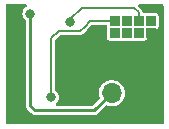
<source format=gbl>
%TF.GenerationSoftware,KiCad,Pcbnew,7.0.1-0*%
%TF.CreationDate,2023-03-19T00:13:04-06:00*%
%TF.ProjectId,bomu-programmer,626f6d75-2d70-4726-9f67-72616d6d6572,rev?*%
%TF.SameCoordinates,Original*%
%TF.FileFunction,Copper,L2,Bot*%
%TF.FilePolarity,Positive*%
%FSLAX46Y46*%
G04 Gerber Fmt 4.6, Leading zero omitted, Abs format (unit mm)*
G04 Created by KiCad (PCBNEW 7.0.1-0) date 2023-03-19 00:13:04*
%MOMM*%
%LPD*%
G01*
G04 APERTURE LIST*
%TA.AperFunction,ComponentPad*%
%ADD10R,1.700000X1.700000*%
%TD*%
%TA.AperFunction,ComponentPad*%
%ADD11O,1.700000X1.700000*%
%TD*%
%TA.AperFunction,ComponentPad*%
%ADD12R,0.850000X0.850000*%
%TD*%
%TA.AperFunction,ViaPad*%
%ADD13C,0.800000*%
%TD*%
%TA.AperFunction,Conductor*%
%ADD14C,0.127000*%
%TD*%
%TA.AperFunction,Conductor*%
%ADD15C,0.250000*%
%TD*%
%TA.AperFunction,Conductor*%
%ADD16C,0.254000*%
%TD*%
G04 APERTURE END LIST*
D10*
%TO.P,J2,1,Pin_1*%
%TO.N,GND*%
X201900000Y-56300000D03*
D11*
%TO.P,J2,2,Pin_2*%
%TO.N,+3V3*%
X201900000Y-58840000D03*
%TD*%
D12*
%TO.P,P1,1,3V3*%
%TO.N,+3V3*%
X205190000Y-52720000D03*
%TO.P,P1,2,GND*%
%TO.N,GND*%
X205190000Y-53720000D03*
%TO.P,P1,3,SWDIO*%
%TO.N,Net-(J1-SWDIO{slash}TMS)*%
X204190000Y-52720000D03*
%TO.P,P1,4,NC*%
%TO.N,unconnected-(P1-NC-Pad4)*%
X204190000Y-53720000D03*
%TO.P,P1,5,SWCLK*%
%TO.N,Net-(J1-SWDCLK{slash}TCK)*%
X203190000Y-52720000D03*
%TO.P,P1,6,NFC-*%
%TO.N,unconnected-(P1-NFC--Pad6)*%
X203190000Y-53720000D03*
%TO.P,P1,7,RESET*%
%TO.N,Net-(J1-~{RESET})*%
X202190000Y-52720000D03*
%TO.P,P1,8,NFC+*%
%TO.N,unconnected-(P1-NFC+-Pad8)*%
X202190000Y-53720000D03*
%TD*%
D13*
%TO.N,Net-(J1-SWDIO{slash}TMS)*%
X198400000Y-52800000D03*
%TO.N,Net-(J1-~{RESET})*%
X196800000Y-59200000D03*
%TO.N,+3V3*%
X195000000Y-52100000D03*
%TD*%
D14*
%TO.N,Net-(J1-SWDIO{slash}TMS)*%
X198400000Y-52800000D02*
X198400000Y-52600000D01*
X198400000Y-52600000D02*
X199400000Y-51600000D01*
X199400000Y-51600000D02*
X203800000Y-51600000D01*
X204190000Y-51990000D02*
X204190000Y-52720000D01*
X203800000Y-51600000D02*
X204190000Y-51990000D01*
D15*
%TO.N,+3V3*%
X201900000Y-58840000D02*
X200440000Y-60300000D01*
D16*
X195000000Y-59900000D02*
X195000000Y-52100000D01*
D14*
%TO.N,Net-(J1-~{RESET})*%
X199200000Y-53600000D02*
X197400000Y-53600000D01*
X197400000Y-53600000D02*
X196800000Y-54200000D01*
X200080000Y-52720000D02*
X199600000Y-53200000D01*
X202190000Y-52720000D02*
X200080000Y-52720000D01*
X199600000Y-53200000D02*
X199200000Y-53600000D01*
X196800000Y-54200000D02*
X196800000Y-59200000D01*
D16*
%TO.N,+3V3*%
X195400000Y-60300000D02*
X195000000Y-59900000D01*
X200440000Y-60300000D02*
X195400000Y-60300000D01*
%TD*%
%TA.AperFunction,Conductor*%
%TO.N,GND*%
G36*
X194648577Y-51327892D02*
G01*
X194694820Y-51375266D01*
X194710663Y-51439544D01*
X194691733Y-51502982D01*
X194643256Y-51548066D01*
X194625470Y-51557401D01*
X194625471Y-51557401D01*
X194506501Y-51662799D01*
X194416212Y-51793605D01*
X194359850Y-51942219D01*
X194340693Y-52099999D01*
X194359850Y-52257780D01*
X194416212Y-52406394D01*
X194506501Y-52537200D01*
X194576054Y-52598819D01*
X194607399Y-52641419D01*
X194618500Y-52693131D01*
X194618500Y-59847367D01*
X194615818Y-59873225D01*
X194613554Y-59884017D01*
X194617532Y-59915922D01*
X194618500Y-59931508D01*
X194618500Y-59931614D01*
X194621975Y-59952443D01*
X194622725Y-59957589D01*
X194630294Y-60018302D01*
X194630371Y-60018542D01*
X194634181Y-60025583D01*
X194634182Y-60025586D01*
X194659492Y-60072355D01*
X194661874Y-60076984D01*
X194688742Y-60131943D01*
X194688884Y-60132134D01*
X194694779Y-60137561D01*
X194694780Y-60137562D01*
X194733931Y-60173603D01*
X194737663Y-60177185D01*
X195093015Y-60532537D01*
X195109403Y-60552716D01*
X195115440Y-60561957D01*
X195140815Y-60581706D01*
X195152528Y-60592050D01*
X195152590Y-60592112D01*
X195169773Y-60604380D01*
X195173930Y-60607479D01*
X195215915Y-60640158D01*
X195222234Y-60645076D01*
X195222456Y-60645190D01*
X195230128Y-60647474D01*
X195230130Y-60647475D01*
X195281135Y-60662659D01*
X195286000Y-60664217D01*
X195336339Y-60681500D01*
X195336342Y-60681500D01*
X195343921Y-60684102D01*
X195344150Y-60684136D01*
X195352157Y-60683804D01*
X195352158Y-60683805D01*
X195405272Y-60681608D01*
X195410480Y-60681500D01*
X200397112Y-60681500D01*
X200422969Y-60684181D01*
X200424100Y-60684419D01*
X200439752Y-60682468D01*
X200455338Y-60681500D01*
X200471612Y-60681500D01*
X200500461Y-60676685D01*
X200540176Y-60670057D01*
X200545306Y-60669309D01*
X200549783Y-60668752D01*
X200549785Y-60668750D01*
X200563202Y-60667079D01*
X200563328Y-60667039D01*
X200565583Y-60665818D01*
X200565586Y-60665818D01*
X200654919Y-60617472D01*
X200659562Y-60615084D01*
X200675747Y-60607173D01*
X200675802Y-60607132D01*
X200746365Y-60530479D01*
X200749948Y-60526744D01*
X201375037Y-59901655D01*
X201415016Y-59874719D01*
X201462189Y-59864768D01*
X201509644Y-59873261D01*
X201596444Y-59906888D01*
X201797653Y-59944500D01*
X202002345Y-59944500D01*
X202002347Y-59944500D01*
X202203556Y-59906888D01*
X202394427Y-59832944D01*
X202568462Y-59725186D01*
X202719732Y-59587285D01*
X202843088Y-59423935D01*
X202934328Y-59240701D01*
X202990345Y-59043821D01*
X203009232Y-58840000D01*
X202990345Y-58636179D01*
X202934328Y-58439299D01*
X202933585Y-58437807D01*
X202843089Y-58256066D01*
X202812886Y-58216072D01*
X202719732Y-58092715D01*
X202568462Y-57954814D01*
X202520087Y-57924861D01*
X202394428Y-57847056D01*
X202298991Y-57810083D01*
X202203556Y-57773112D01*
X202002347Y-57735500D01*
X201797653Y-57735500D01*
X201596443Y-57773112D01*
X201596444Y-57773112D01*
X201405571Y-57847056D01*
X201231539Y-57954813D01*
X201080267Y-58092716D01*
X200956910Y-58256066D01*
X200865672Y-58439297D01*
X200809654Y-58636180D01*
X200790767Y-58840000D01*
X200809654Y-59043819D01*
X200866878Y-59244944D01*
X200867642Y-59311098D01*
X200834784Y-59368520D01*
X200321711Y-59881595D01*
X200280833Y-59908909D01*
X200232615Y-59918500D01*
X197308212Y-59918500D01*
X197249657Y-59904067D01*
X197204516Y-59864076D01*
X197183131Y-59807688D01*
X197190400Y-59747820D01*
X197224658Y-59698188D01*
X197234142Y-59689786D01*
X197293498Y-59637201D01*
X197383787Y-59506395D01*
X197440149Y-59357782D01*
X197459307Y-59200000D01*
X197440149Y-59042218D01*
X197383787Y-58893605D01*
X197293498Y-58762799D01*
X197174529Y-58657401D01*
X197174527Y-58657400D01*
X197163077Y-58647256D01*
X197165579Y-58644431D01*
X197136170Y-58616745D01*
X197118000Y-58551563D01*
X197118000Y-54383910D01*
X197127591Y-54335692D01*
X197154905Y-54294815D01*
X197494815Y-53954905D01*
X197535692Y-53927591D01*
X197583910Y-53918000D01*
X199180609Y-53918000D01*
X199191589Y-53918478D01*
X199228143Y-53921677D01*
X199263584Y-53912179D01*
X199274289Y-53909805D01*
X199310440Y-53903432D01*
X199310442Y-53903430D01*
X199311857Y-53903181D01*
X199335288Y-53893476D01*
X199336464Y-53892652D01*
X199336466Y-53892652D01*
X199366532Y-53871599D01*
X199375775Y-53865710D01*
X199407560Y-53847360D01*
X199431155Y-53819239D01*
X199438559Y-53811159D01*
X199790726Y-53458991D01*
X199790729Y-53458990D01*
X199805184Y-53444535D01*
X199805186Y-53444534D01*
X200174817Y-53074902D01*
X200215692Y-53047591D01*
X200263910Y-53038000D01*
X201384501Y-53038000D01*
X201447501Y-53054881D01*
X201493620Y-53101000D01*
X201510501Y-53164000D01*
X201510501Y-53170068D01*
X201515543Y-53195423D01*
X201515543Y-53244575D01*
X201510500Y-53269932D01*
X201510500Y-54170068D01*
X201525265Y-54244300D01*
X201581515Y-54328484D01*
X201592303Y-54335692D01*
X201665699Y-54384734D01*
X201739933Y-54399500D01*
X202640066Y-54399499D01*
X202665420Y-54394456D01*
X202714576Y-54394456D01*
X202739933Y-54399500D01*
X203640066Y-54399499D01*
X203665420Y-54394456D01*
X203714576Y-54394456D01*
X203739933Y-54399500D01*
X204640066Y-54399499D01*
X204640068Y-54399499D01*
X204690002Y-54389567D01*
X204714301Y-54384734D01*
X204798484Y-54328484D01*
X204854734Y-54244301D01*
X204869500Y-54170067D01*
X204869499Y-53525498D01*
X204886380Y-53462499D01*
X204932499Y-53416380D01*
X204995499Y-53399499D01*
X205640068Y-53399499D01*
X205689556Y-53389655D01*
X205714301Y-53384734D01*
X205798484Y-53328484D01*
X205854734Y-53244301D01*
X205869500Y-53170067D01*
X205869499Y-52269934D01*
X205869499Y-52269933D01*
X205869499Y-52269931D01*
X205854734Y-52195699D01*
X205798484Y-52111515D01*
X205714301Y-52055266D01*
X205714300Y-52055265D01*
X205640066Y-52040500D01*
X204739930Y-52040500D01*
X204714574Y-52045543D01*
X204665421Y-52045542D01*
X204640070Y-52040500D01*
X204640067Y-52040500D01*
X204629432Y-52040500D01*
X204576183Y-52028695D01*
X204532912Y-51995493D01*
X204507727Y-51947117D01*
X204502178Y-51926409D01*
X204499802Y-51915690D01*
X204493432Y-51879560D01*
X204493430Y-51879557D01*
X204493182Y-51878147D01*
X204483477Y-51854715D01*
X204482651Y-51853536D01*
X204482651Y-51853534D01*
X204461597Y-51823465D01*
X204455708Y-51814220D01*
X204437360Y-51782440D01*
X204409247Y-51758850D01*
X204401144Y-51751424D01*
X204175315Y-51525595D01*
X204144577Y-51475436D01*
X204139961Y-51416789D01*
X204162474Y-51362439D01*
X204207207Y-51324233D01*
X204264410Y-51310500D01*
X206163500Y-51310500D01*
X206226500Y-51327381D01*
X206272619Y-51373500D01*
X206289500Y-51436500D01*
X206289500Y-61363500D01*
X206272619Y-61426500D01*
X206226500Y-61472619D01*
X206163500Y-61489500D01*
X193036500Y-61489500D01*
X192973500Y-61472619D01*
X192927381Y-61426500D01*
X192910500Y-61363500D01*
X192910500Y-51436500D01*
X192927381Y-51373500D01*
X192973500Y-51327381D01*
X193036500Y-51310500D01*
X194584700Y-51310500D01*
X194648577Y-51327892D01*
G37*
%TD.AperFunction*%
%TD*%
M02*

</source>
